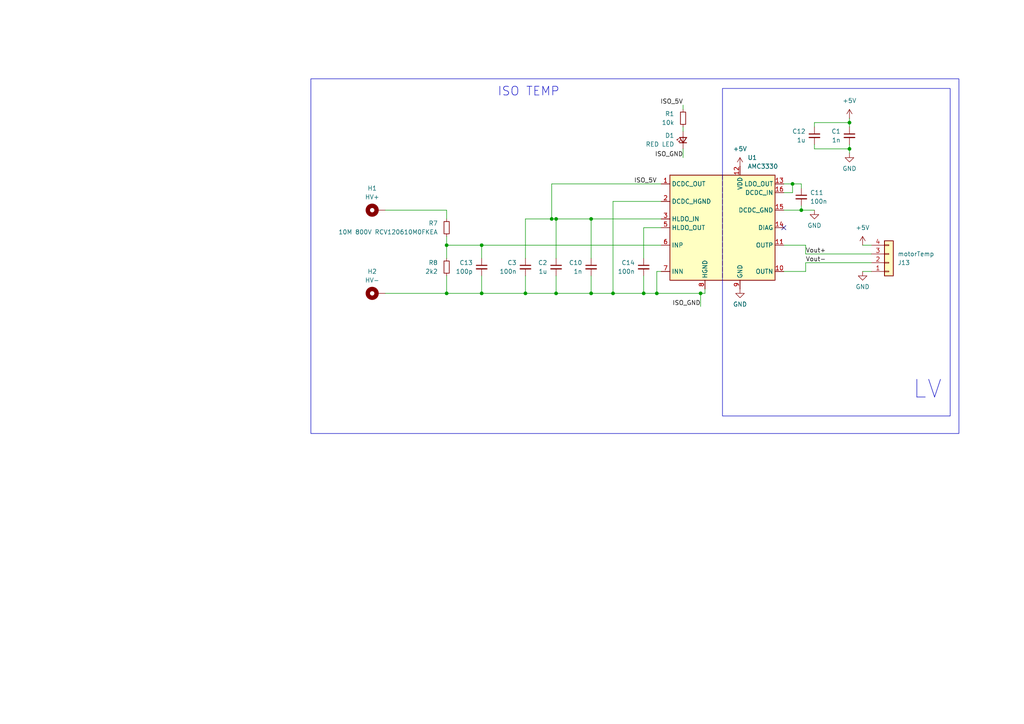
<source format=kicad_sch>
(kicad_sch (version 20231120) (generator "eeschema") (generator_version "8.0")
  (paper "A4")
  (title_block (title "INV_PhaseVsense") (date "2025-06-28") (rev "1.0") (company "NTURacing") (comment 1 "郭哲明 Jack Kuo"))
  (lib_symbols
    (symbol "Connector_Generic:Conn_01x04" (pin_names (offset 1.016) hide)
      (property "Reference" "J" (at 0 5.08 0))
      (property "Value" "Conn_01x04" (at 0 -7.62 0))
      (symbol "Conn_01x04_1_1"
        (rectangle (start -1.27 -4.953) (end 0 -5.207) (stroke (width 0.1524)))
        (rectangle (start -1.27 -2.413) (end 0 -2.667) (stroke (width 0.1524)))
        (rectangle (start -1.27 0.127) (end 0 -0.127) (stroke (width 0.1524)))
        (rectangle (start -1.27 2.667) (end 0 2.413) (stroke (width 0.1524)))
        (rectangle (start -1.27 3.81) (end 1.27 -6.35) (stroke (width 0.254)) (fill (type background)))
        (pin passive line (at -5.08 2.54 0) (length 3.81) (name "Pin_1") (number "1"))
        (pin passive line (at -5.08 0 0) (length 3.81) (name "Pin_2") (number "2"))
        (pin passive line (at -5.08 -2.54 0) (length 3.81) (name "Pin_3") (number "3"))
        (pin passive line (at -5.08 -5.08 0) (length 3.81) (name "Pin_4") (number "4"))
      )
    )
    (symbol "Device:C_Small" (pin_numbers hide) (pin_names (offset 0.254) hide)
      (property "Reference" "C" (at 0.254 1.778 0))
      (property "Value" "C_Small" (at 0.254 -2.032 0))
      (symbol "C_Small_0_1"
        (polyline (pts (xy -1.524 -0.508) (xy 1.524 -0.508)) (stroke (width 0.3302)))
        (polyline (pts (xy -1.524 0.508) (xy 1.524 0.508)) (stroke (width 0.3048)))
      )
      (symbol "C_Small_1_1"
        (pin passive line (at 0 2.54 270) (length 2.032) (name "~") (number "1"))
        (pin passive line (at 0 -2.54 90) (length 2.032) (name "~") (number "2"))
      )
    )
    (symbol "Device:LED_Small" (pin_numbers hide) (pin_names (offset 0.254) hide)
      (property "Reference" "D" (at -1.27 3.175 0))
      (property "Value" "LED_Small" (at -4.445 -2.54 0))
      (symbol "LED_Small_0_1"
        (polyline (pts (xy -0.762 -1.016) (xy -0.762 1.016)) (stroke (width 0.254)))
        (polyline (pts (xy 1.016 0) (xy -0.762 0)))
        (polyline (pts (xy 0.762 -1.016) (xy -0.762 0) (xy 0.762 1.016) (xy 0.762 -1.016)) (stroke (width 0.254)))
        (polyline (pts (xy 0 0.762) (xy -0.508 1.27) (xy -0.254 1.27) (xy -0.508 1.27) (xy -0.508 1.016)))
        (polyline (pts (xy 0.508 1.27) (xy 0 1.778) (xy 0.254 1.778) (xy 0 1.778) (xy 0 1.524)))
      )
      (symbol "LED_Small_1_1"
        (pin passive line (at -2.54 0 0) (length 1.778) (name "K") (number "1"))
        (pin passive line (at 2.54 0 180) (length 1.778) (name "A") (number "2"))
      )
    )
    (symbol "Device:R_Small" (pin_numbers hide) (pin_names (offset 0.254) hide)
      (property "Reference" "R" (at 0.762 0.508 0))
      (property "Value" "R_Small" (at 0.762 -1.016 0))
      (symbol "R_Small_0_1"
        (rectangle (start -0.762 1.778) (end 0.762 -1.778) (stroke (width 0.2032)))
      )
      (symbol "R_Small_1_1"
        (pin passive line (at 0 2.54 270) (length 0.762) (name "~") (number "1"))
        (pin passive line (at 0 -2.54 90) (length 0.762) (name "~") (number "2"))
      )
    )
    (symbol "Isolator_Analog:AMC3330"
      (property "Reference" "U" (at -1.27 22.86 0))
      (property "Value" "AMC3330" (at 0 20.32 0))
      (symbol "AMC3330_0_1"
        (rectangle (start -15.24 15.24) (end 15.24 -15.24) (stroke (width 0.254)) (fill (type background)))
        (polyline (pts (xy 0 -13.208) (xy 0 -14.478)))
        (polyline (pts (xy 0 -11.43) (xy 0 -12.7)))
        (polyline (pts (xy 0 -9.652) (xy 0 -10.922)))
        (polyline (pts (xy 0 -7.874) (xy 0 -9.144)))
        (polyline (pts (xy 0 -6.096) (xy 0 -7.366)))
        (polyline (pts (xy 0 -4.318) (xy 0 -5.588)))
        (polyline (pts (xy 0 -2.54) (xy 0 -3.81)))
        (polyline (pts (xy 0 -0.762) (xy 0 -2.032)))
        (polyline (pts (xy 0 1.016) (xy 0 -0.254)))
        (polyline (pts (xy 0 2.794) (xy 0 1.524)))
        (polyline (pts (xy 0 4.572) (xy 0 3.302)))
        (polyline (pts (xy 0 6.35) (xy 0 5.08)))
        (polyline (pts (xy 0 8.128) (xy 0 6.858)))
        (polyline (pts (xy 0 9.906) (xy 0 8.636)))
        (polyline (pts (xy 0 11.684) (xy 0 10.414)))
        (polyline (pts (xy 0 13.462) (xy 0 12.192)))
        (polyline (pts (xy 0 15.24) (xy 0 13.97)))
      )
      (symbol "AMC3330_1_1"
        (pin power_out line (at -17.78 12.7 0) (length 2.54) (name "DCDC_OUT") (number "1"))
        (pin output line (at 17.78 -12.7 180) (length 2.54) (name "OUTN") (number "10"))
        (pin output line (at 17.78 -5.08 180) (length 2.54) (name "OUTP") (number "11"))
        (pin power_in line (at 5.08 17.78 270) (length 2.54) (name "VDD") (number "12"))
        (pin power_out line (at 17.78 12.7 180) (length 2.54) (name "LDO_OUT") (number "13"))
        (pin output line (at 17.78 0 180) (length 2.54) (name "DIAG") (number "14"))
        (pin power_in line (at 17.78 5.08 180) (length 2.54) (name "DCDC_GND") (number "15"))
        (pin power_in line (at 17.78 10.16 180) (length 2.54) (name "DCDC_IN") (number "16"))
        (pin power_out line (at -17.78 7.62 0) (length 2.54) (name "DCDC_HGND") (number "2"))
        (pin power_in line (at -17.78 2.54 0) (length 2.54) (name "HLDO_IN") (number "3"))
        (pin no_connect line (at -7.62 -15.24 90) (length 2.54) hide (name "NC") (number "4"))
        (pin power_out line (at -17.78 0 0) (length 2.54) (name "HLDO_OUT") (number "5"))
        (pin input line (at -17.78 -5.08 0) (length 2.54) (name "INP") (number "6"))
        (pin input line (at -17.78 -12.7 0) (length 2.54) (name "INN") (number "7"))
        (pin power_in line (at -5.08 -17.78 90) (length 2.54) (name "HGND") (number "8"))
        (pin power_in line (at 5.08 -17.78 90) (length 2.54) (name "GND") (number "9"))
      )
    )
    (symbol "Mechanical:MountingHole_Pad" (pin_numbers hide) (pin_names (offset 1.016) hide) (exclude_from_sim yes) (in_bom no)
      (property "Reference" "H" (at 0 6.35 0))
      (property "Value" "MountingHole_Pad" (at 0 4.445 0))
      (symbol "MountingHole_Pad_0_1"
        (circle (center 0 1.27) (radius 1.27) (stroke (width 1.27)))
      )
      (symbol "MountingHole_Pad_1_1"
        (pin input line (at 0 -2.54 90) (length 2.54) (name "1") (number "1"))
      )
    )
    (symbol "power:+5V" (power) (pin_numbers hide) (pin_names (offset 0) hide)
      (property "Value" "+5V" (at 0 3.556 0))
      (symbol "+5V_0_1"
        (polyline (pts (xy -0.762 1.27) (xy 0 2.54)))
        (polyline (pts (xy 0 0) (xy 0 2.54)))
        (polyline (pts (xy 0 2.54) (xy 0.762 1.27)))
      )
      (symbol "+5V_1_1"
        (pin power_in line (at 0 0 90) (length 0) (name "~") (number "1"))
      )
    )
    (symbol "power:GND" (power) (pin_names (offset 0))
      (property "Value" "GND" (at 0 -3.81 0))
      (symbol "GND_0_1"
        (polyline (pts (xy 0 0) (xy 0 -1.27) (xy 1.27 -1.27) (xy 0 -2.54) (xy -1.27 -1.27) (xy 0 -1.27)))
      )
      (symbol "GND_1_1"
        (pin power_in line (at 0 0 270) (length 0) hide (name "GND") (number "1"))
      )
    )
  )
  (junction (at 190.5 85.09))
  (junction (at 129.54 71.12))
  (junction (at 160.02 63.5))
  (junction (at 232.41 60.96))
  (junction (at 246.38 35.56))
  (junction (at 171.45 63.5))
  (junction (at 186.69 85.09))
  (junction (at 152.4 85.09))
  (junction (at 161.29 63.5))
  (junction (at 171.45 85.09))
  (junction (at 139.7 85.09))
  (junction (at 139.7 71.12))
  (junction (at 203.2 85.09))
  (junction (at 161.29 85.09))
  (junction (at 177.8 85.09))
  (junction (at 246.38 43.18))
  (junction (at 229.87 53.34))
  (junction (at 129.54 85.09))
  (no_connect (at 227.33 66.04))
  (wire (pts (xy 227.33 71.12) (xy 233.68 71.12)))
  (wire (pts (xy 161.29 63.5) (xy 171.45 63.5)))
  (wire (pts (xy 171.45 85.09) (xy 177.8 85.09)))
  (wire (pts (xy 233.68 71.12) (xy 233.68 73.66)))
  (wire (pts (xy 177.8 58.42) (xy 177.8 85.09)))
  (wire (pts (xy 227.33 53.34) (xy 229.87 53.34)))
  (wire (pts (xy 152.4 80.01) (xy 152.4 85.09)))
  (wire (pts (xy 252.73 78.74) (xy 250.19 78.74)))
  (wire (pts (xy 129.54 85.09) (xy 139.7 85.09)))
  (wire (pts (xy 129.54 71.12) (xy 139.7 71.12)))
  (wire (pts (xy 246.38 36.83) (xy 246.38 35.56)))
  (wire (pts (xy 111.76 60.96) (xy 129.54 60.96)))
  (wire (pts (xy 198.12 43.18) (xy 198.12 45.72)))
  (wire (pts (xy 139.7 71.12) (xy 191.77 71.12)))
  (wire (pts (xy 171.45 80.01) (xy 171.45 85.09)))
  (wire (pts (xy 191.77 58.42) (xy 177.8 58.42)))
  (wire (pts (xy 190.5 78.74) (xy 190.5 85.09)))
  (wire (pts (xy 246.38 35.56) (xy 236.22 35.56)))
  (wire (pts (xy 160.02 53.34) (xy 160.02 63.5)))
  (wire (pts (xy 111.76 85.09) (xy 129.54 85.09)))
  (wire (pts (xy 161.29 80.01) (xy 161.29 85.09)))
  (wire (pts (xy 177.8 85.09) (xy 186.69 85.09)))
  (wire (pts (xy 236.22 41.91) (xy 236.22 43.18)))
  (wire (pts (xy 129.54 85.09) (xy 129.54 80.01)))
  (wire (pts (xy 252.73 73.66) (xy 233.68 73.66)))
  (wire (pts (xy 198.12 30.48) (xy 198.12 31.75)))
  (wire (pts (xy 139.7 71.12) (xy 139.7 74.93)))
  (wire (pts (xy 139.7 85.09) (xy 152.4 85.09)))
  (wire (pts (xy 204.47 83.82) (xy 204.47 85.09)))
  (wire (pts (xy 129.54 74.93) (xy 129.54 71.12)))
  (wire (pts (xy 232.41 60.96) (xy 232.41 59.69)))
  (wire (pts (xy 171.45 63.5) (xy 191.77 63.5)))
  (wire (pts (xy 129.54 60.96) (xy 129.54 63.5)))
  (wire (pts (xy 171.45 63.5) (xy 171.45 74.93)))
  (wire (pts (xy 152.4 74.93) (xy 152.4 63.5)))
  (wire (pts (xy 186.69 85.09) (xy 190.5 85.09)))
  (wire (pts (xy 236.22 60.96) (xy 232.41 60.96)))
  (wire (pts (xy 246.38 41.91) (xy 246.38 43.18)))
  (wire (pts (xy 246.38 43.18) (xy 246.38 44.45)))
  (wire (pts (xy 246.38 43.18) (xy 236.22 43.18)))
  (wire (pts (xy 152.4 63.5) (xy 160.02 63.5)))
  (wire (pts (xy 191.77 66.04) (xy 186.69 66.04)))
  (wire (pts (xy 198.12 36.83) (xy 198.12 38.1)))
  (wire (pts (xy 232.41 53.34) (xy 229.87 53.34)))
  (wire (pts (xy 233.68 78.74) (xy 233.68 76.2)))
  (wire (pts (xy 232.41 54.61) (xy 232.41 53.34)))
  (wire (pts (xy 161.29 74.93) (xy 161.29 63.5)))
  (wire (pts (xy 152.4 85.09) (xy 161.29 85.09)))
  (wire (pts (xy 129.54 71.12) (xy 129.54 68.58)))
  (wire (pts (xy 160.02 53.34) (xy 191.77 53.34)))
  (wire (pts (xy 204.47 85.09) (xy 203.2 85.09)))
  (wire (pts (xy 229.87 55.88) (xy 227.33 55.88)))
  (wire (pts (xy 236.22 36.83) (xy 236.22 35.56)))
  (wire (pts (xy 227.33 78.74) (xy 233.68 78.74)))
  (wire (pts (xy 161.29 85.09) (xy 171.45 85.09)))
  (wire (pts (xy 186.69 80.01) (xy 186.69 85.09)))
  (wire (pts (xy 186.69 66.04) (xy 186.69 74.93)))
  (wire (pts (xy 190.5 85.09) (xy 203.2 85.09)))
  (wire (pts (xy 252.73 71.12) (xy 250.19 71.12)))
  (wire (pts (xy 191.77 78.74) (xy 190.5 78.74)))
  (wire (pts (xy 203.2 88.9) (xy 203.2 85.09)))
  (wire (pts (xy 227.33 60.96) (xy 232.41 60.96)))
  (wire (pts (xy 139.7 80.01) (xy 139.7 85.09)))
  (wire (pts (xy 160.02 63.5) (xy 161.29 63.5)))
  (wire (pts (xy 229.87 53.34) (xy 229.87 55.88)))
  (wire (pts (xy 252.73 76.2) (xy 233.68 76.2)))
  (wire (pts (xy 246.38 34.29) (xy 246.38 35.56)))
  (rectangle (start 90.17 22.86) (end 278.13 125.73))
  (rectangle (start 209.55 25.654) (end 275.59 120.65))
  (text "ISO TEMP" (at 144.272 25.146 0) (effects (font (size 2.54 2.54)) (justify left top)))
  (text "LV" (at 268.986 113.03 0) (effects (font (size 5.14 5.14))))
  (label "ISO_GND" (at 198.12 45.72 180))
  (label "Vout-" (at 233.68 76.2 0))
  (label "ISO_GND" (at 203.2 88.9 180))
  (label "Vout+" (at 233.68 73.66 0))
  (label "ISO_5V" (at 190.5 53.34 180))
  (label "ISO_5V" (at 198.12 30.48 180))
  (symbol (lib_id "Device:LED_Small") (at 198.12 40.64 90) (unit 1)
    (property "Reference" "D1" (at 195.58 39.3064 90) (effects (justify left)))
    (property "Value" "RED LED" (at 195.58 41.8464 90) (effects (justify left)))
    (property "Footprint" "LED_SMD:LED_0603_1608Metric" (effects (hide yes)))
    (property "Description" "Light emitting diode, small symbol" (effects (hide yes)))
  )
  (symbol (lib_id "Isolator_Analog:AMC3330") (at 209.55 66.04 0) (unit 1)
    (property "Reference" "U1" (at 216.8241 45.72 0) (effects (justify left)))
    (property "Value" "AMC3330" (at 216.8241 48.26 0) (effects (justify left)))
    (property "Footprint" "Package_SO:SOIC-16W_7.5x10.3mm_P1.27mm" (effects (hide yes)))
    (property "Datasheet" "https://www.ti.com/lit/ds/symlink/amc3330.pdf" (effects (hide yes)))
    (property "Description" "Reinforced Isolated Amplifier With Integrated DC/DC Converter, SOIC-16W" (effects (hide yes)))
  )
  (symbol (lib_id "power:GND") (at 236.22 60.96 0) (unit 1)
    (property "Reference" "#PWR06" (effects (hide yes)))
    (property "Value" "GND" (at 236.22 65.4034 0))
    (property "Description" "Power symbol creates a global label with name \"GND\" , ground" (effects (hide yes)))
  )
  (symbol (lib_id "Device:C_Small") (at 139.7 77.47 0) (mirror y) (unit 1)
    (property "Reference" "C13" (at 137.16 76.2063 0) (effects (justify left)))
    (property "Value" "100p" (at 137.16 78.7463 0) (effects (justify left)))
    (property "Footprint" "Capacitor_SMD:C_0603_1608Metric" (effects (hide yes)))
    (property "Description" "Unpolarized capacitor, small symbol" (effects (hide yes)))
  )
  (symbol (lib_id "Device:R_Small") (at 129.54 77.47 0) (unit 1)
    (property "Reference" "R8" (at 127 76.1999 0) (effects (justify right)))
    (property "Value" "2k2" (at 127 78.7399 0) (effects (justify right)))
    (property "Footprint" "Resistor_SMD:R_0805_2012Metric_Pad1.20x1.40mm_HandSolder" (effects (hide yes)))
    (property "Description" "Resistor, small symbol" (effects (hide yes)))
  )
  (symbol (lib_id "Device:C_Small") (at 246.38 39.37 0) (mirror y) (unit 1)
    (property "Reference" "C1" (at 243.84 38.1063 0) (effects (justify left)))
    (property "Value" "1n" (at 243.84 40.6463 0) (effects (justify left)))
    (property "Footprint" "Capacitor_SMD:C_0603_1608Metric" (effects (hide yes)))
    (property "Description" "Unpolarized capacitor, small symbol" (effects (hide yes)))
  )
  (symbol (lib_id "power:+5V") (at 246.38 34.29 0) (mirror y) (unit 1)
    (property "Reference" "#PWR02" (effects (hide yes)))
    (property "Value" "+5V" (at 246.38 29.21 0))
    (property "Description" "Power symbol creates a global label with name \"+5V\"" (effects (hide yes)))
  )
  (symbol (lib_id "Device:C_Small") (at 186.69 77.47 0) (mirror y) (unit 1)
    (property "Reference" "C14" (at 184.15 76.2063 0) (effects (justify left)))
    (property "Value" "100n" (at 184.15 78.7463 0) (effects (justify left)))
    (property "Footprint" "Capacitor_SMD:C_0603_1608Metric" (effects (hide yes)))
    (property "Description" "Unpolarized capacitor, small symbol" (effects (hide yes)))
  )
  (symbol (lib_id "Connector_Generic:Conn_01x04") (at 257.81 76.2 0) (mirror x) (unit 1)
    (property "Reference" "J13" (at 260.35 76.2 0) (effects (justify left)))
    (property "Value" "motorTemp" (at 260.35 73.66 0) (effects (justify left)))
    (property "Footprint" "Connector_PinHeader_2.54mm:PinHeader_1x04_P2.54mm_Horizontal" (effects (hide yes)))
    (property "Description" "Generic connector, single row, 01x04, script generated (kicad-library-utils/schlib/autogen/connector/)" (effects (hide yes)))
  )
  (symbol (lib_id "Device:C_Small") (at 171.45 77.47 0) (mirror y) (unit 1)
    (property "Reference" "C10" (at 168.91 76.2063 0) (effects (justify left)))
    (property "Value" "1n" (at 168.91 78.7463 0) (effects (justify left)))
    (property "Footprint" "Capacitor_SMD:C_0603_1608Metric" (effects (hide yes)))
    (property "Description" "Unpolarized capacitor, small symbol" (effects (hide yes)))
  )
  (symbol (lib_id "Device:C_Small") (at 232.41 57.15 0) (unit 1)
    (property "Reference" "C11" (at 234.95 55.8863 0) (effects (justify left)))
    (property "Value" "100n" (at 234.95 58.4263 0) (effects (justify left)))
    (property "Footprint" "Capacitor_SMD:C_0603_1608Metric" (effects (hide yes)))
    (property "Description" "Unpolarized capacitor, small symbol" (effects (hide yes)))
  )
  (symbol (lib_id "Device:C_Small") (at 161.29 77.47 0) (mirror y) (unit 1)
    (property "Reference" "C2" (at 158.75 76.2063 0) (effects (justify left)))
    (property "Value" "1u" (at 158.75 78.7463 0) (effects (justify left)))
    (property "Footprint" "Capacitor_SMD:C_0603_1608Metric" (effects (hide yes)))
    (property "Description" "Unpolarized capacitor, small symbol" (effects (hide yes)))
  )
  (symbol (lib_id "Mechanical:MountingHole_Pad") (at 109.22 60.96 90) (unit 1) (exclude_from_sim yes) (in_bom no)
    (property "Reference" "H1" (at 107.95 54.61 90))
    (property "Value" "HV+" (at 107.95 57.15 90))
    (property "Footprint" "MountingHole:MountingHole_3.2mm_M3_Pad_Via" (effects (hide yes)))
    (property "Description" "Mounting Hole with connection" (effects (hide yes)))
  )
  (symbol (lib_id "Device:R_Small") (at 198.12 34.29 0) (mirror y) (unit 1)
    (property "Reference" "R1" (at 195.58 33.02 0) (effects (justify left)))
    (property "Value" "10k" (at 195.58 35.56 0) (effects (justify left)))
    (property "Footprint" "Resistor_SMD:R_0603_1608Metric" (effects (hide yes)))
    (property "Description" "Resistor, small symbol" (effects (hide yes)))
  )
  (symbol (lib_id "power:GND") (at 246.38 44.45 0) (unit 1)
    (property "Reference" "#PWR019" (effects (hide yes)))
    (property "Value" "GND" (at 246.38 48.8934 0))
    (property "Description" "Power symbol creates a global label with name \"GND\" , ground" (effects (hide yes)))
  )
  (symbol (lib_id "Device:C_Small") (at 236.22 39.37 0) (mirror y) (unit 1)
    (property "Reference" "C12" (at 233.68 38.1063 0) (effects (justify left)))
    (property "Value" "1u" (at 233.68 40.6463 0) (effects (justify left)))
    (property "Footprint" "Capacitor_SMD:C_0603_1608Metric" (effects (hide yes)))
    (property "Description" "Unpolarized capacitor, small symbol" (effects (hide yes)))
  )
  (symbol (lib_id "power:+5V") (at 214.63 48.26 0) (mirror y) (unit 1)
    (property "Reference" "#PWR05" (effects (hide yes)))
    (property "Value" "+5V" (at 214.63 43.18 0))
    (property "Description" "Power symbol creates a global label with name \"+5V\"" (effects (hide yes)))
  )
  (symbol (lib_id "Mechanical:MountingHole_Pad") (at 109.22 85.09 90) (unit 1) (exclude_from_sim yes) (in_bom no)
    (property "Reference" "H2" (at 107.95 78.74 90))
    (property "Value" "HV-" (at 107.95 81.28 90))
    (property "Footprint" "MountingHole:MountingHole_3.2mm_M3_Pad_Via" (effects (hide yes)))
    (property "Description" "Mounting Hole with connection" (effects (hide yes)))
  )
  (symbol (lib_id "power:+5V") (at 250.19 71.12 0) (mirror y) (unit 1)
    (property "Reference" "#PWR016" (effects (hide yes)))
    (property "Value" "+5V" (at 250.19 66.04 0))
    (property "Description" "Power symbol creates a global label with name \"+5V\"" (effects (hide yes)))
  )
  (symbol (lib_id "Device:C_Small") (at 152.4 77.47 0) (mirror y) (unit 1)
    (property "Reference" "C3" (at 149.86 76.2063 0) (effects (justify left)))
    (property "Value" "100n" (at 149.86 78.7463 0) (effects (justify left)))
    (property "Footprint" "Capacitor_SMD:C_0603_1608Metric" (effects (hide yes)))
    (property "Description" "Unpolarized capacitor, small symbol" (effects (hide yes)))
  )
  (symbol (lib_id "Device:R_Small") (at 129.54 66.04 0) (unit 1)
    (property "Reference" "R7" (at 127 64.7699 0) (effects (justify right)))
    (property "Value" "10M 800V RCV120610M0FKEA" (at 127 67.3099 0) (effects (justify right)))
    (property "Footprint" "Resistor_SMD:R_1206_3216Metric" (effects (hide yes)))
    (property "Description" "Resistor, small symbol" (effects (hide yes)))
  )
  (symbol (lib_id "power:GND") (at 214.63 83.82 0) (unit 1)
    (property "Reference" "#PWR01" (effects (hide yes)))
    (property "Value" "GND" (at 214.63 88.2634 0))
    (property "Description" "Power symbol creates a global label with name \"GND\" , ground" (effects (hide yes)))
  )
  (symbol (lib_id "power:GND") (at 250.19 78.74 0) (unit 1)
    (property "Reference" "#PWR017" (effects (hide yes)))
    (property "Value" "GND" (at 250.19 83.1834 0))
    (property "Description" "Power symbol creates a global label with name \"GND\" , ground" (effects (hide yes)))
  )
)
</source>
